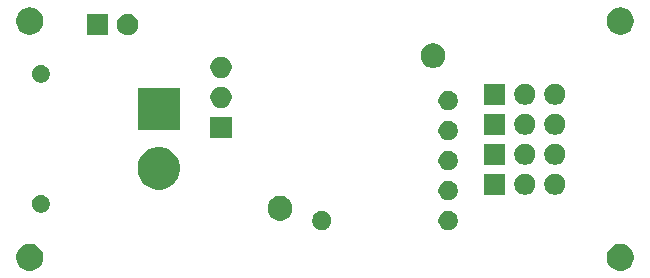
<source format=gbs>
G04 #@! TF.GenerationSoftware,KiCad,Pcbnew,(5.1.5)-3*
G04 #@! TF.CreationDate,2021-10-17T14:13:30-07:00*
G04 #@! TF.ProjectId,pololu_regulator_breakout,706f6c6f-6c75-45f7-9265-67756c61746f,rev?*
G04 #@! TF.SameCoordinates,Original*
G04 #@! TF.FileFunction,Soldermask,Bot*
G04 #@! TF.FilePolarity,Negative*
%FSLAX46Y46*%
G04 Gerber Fmt 4.6, Leading zero omitted, Abs format (unit mm)*
G04 Created by KiCad (PCBNEW (5.1.5)-3) date 2021-10-17 14:13:30*
%MOMM*%
%LPD*%
G04 APERTURE LIST*
%ADD10C,0.100000*%
G04 APERTURE END LIST*
D10*
G36*
X170224549Y-88871116D02*
G01*
X170335734Y-88893232D01*
X170545203Y-88979997D01*
X170733720Y-89105960D01*
X170894040Y-89266280D01*
X171020003Y-89454797D01*
X171106768Y-89664266D01*
X171151000Y-89886636D01*
X171151000Y-90113364D01*
X171106768Y-90335734D01*
X171020003Y-90545203D01*
X170894040Y-90733720D01*
X170733720Y-90894040D01*
X170545203Y-91020003D01*
X170335734Y-91106768D01*
X170224549Y-91128884D01*
X170113365Y-91151000D01*
X169886635Y-91151000D01*
X169775451Y-91128884D01*
X169664266Y-91106768D01*
X169454797Y-91020003D01*
X169266280Y-90894040D01*
X169105960Y-90733720D01*
X168979997Y-90545203D01*
X168893232Y-90335734D01*
X168849000Y-90113364D01*
X168849000Y-89886636D01*
X168893232Y-89664266D01*
X168979997Y-89454797D01*
X169105960Y-89266280D01*
X169266280Y-89105960D01*
X169454797Y-88979997D01*
X169664266Y-88893232D01*
X169775451Y-88871116D01*
X169886635Y-88849000D01*
X170113365Y-88849000D01*
X170224549Y-88871116D01*
G37*
G36*
X120224549Y-88871116D02*
G01*
X120335734Y-88893232D01*
X120545203Y-88979997D01*
X120733720Y-89105960D01*
X120894040Y-89266280D01*
X121020003Y-89454797D01*
X121106768Y-89664266D01*
X121151000Y-89886636D01*
X121151000Y-90113364D01*
X121106768Y-90335734D01*
X121020003Y-90545203D01*
X120894040Y-90733720D01*
X120733720Y-90894040D01*
X120545203Y-91020003D01*
X120335734Y-91106768D01*
X120224549Y-91128884D01*
X120113365Y-91151000D01*
X119886635Y-91151000D01*
X119775451Y-91128884D01*
X119664266Y-91106768D01*
X119454797Y-91020003D01*
X119266280Y-90894040D01*
X119105960Y-90733720D01*
X118979997Y-90545203D01*
X118893232Y-90335734D01*
X118849000Y-90113364D01*
X118849000Y-89886636D01*
X118893232Y-89664266D01*
X118979997Y-89454797D01*
X119105960Y-89266280D01*
X119266280Y-89105960D01*
X119454797Y-88979997D01*
X119664266Y-88893232D01*
X119775451Y-88871116D01*
X119886635Y-88849000D01*
X120113365Y-88849000D01*
X120224549Y-88871116D01*
G37*
G36*
X155659742Y-86116722D02*
G01*
X155807701Y-86178009D01*
X155940855Y-86266979D01*
X156054101Y-86380225D01*
X156143071Y-86513379D01*
X156204358Y-86661338D01*
X156235600Y-86818405D01*
X156235600Y-86978555D01*
X156204358Y-87135622D01*
X156143071Y-87283581D01*
X156054101Y-87416735D01*
X155940855Y-87529981D01*
X155807701Y-87618951D01*
X155659742Y-87680238D01*
X155502675Y-87711480D01*
X155342525Y-87711480D01*
X155185458Y-87680238D01*
X155037499Y-87618951D01*
X154904345Y-87529981D01*
X154791099Y-87416735D01*
X154702129Y-87283581D01*
X154640842Y-87135622D01*
X154609600Y-86978555D01*
X154609600Y-86818405D01*
X154640842Y-86661338D01*
X154702129Y-86513379D01*
X154791099Y-86380225D01*
X154904345Y-86266979D01*
X155037499Y-86178009D01*
X155185458Y-86116722D01*
X155342525Y-86085480D01*
X155502675Y-86085480D01*
X155659742Y-86116722D01*
G37*
G36*
X144969742Y-86116722D02*
G01*
X145117701Y-86178009D01*
X145250855Y-86266979D01*
X145364101Y-86380225D01*
X145453071Y-86513379D01*
X145514358Y-86661338D01*
X145545600Y-86818405D01*
X145545600Y-86978555D01*
X145514358Y-87135622D01*
X145453071Y-87283581D01*
X145364101Y-87416735D01*
X145250855Y-87529981D01*
X145117701Y-87618951D01*
X144969742Y-87680238D01*
X144812675Y-87711480D01*
X144652525Y-87711480D01*
X144495458Y-87680238D01*
X144347499Y-87618951D01*
X144214345Y-87529981D01*
X144101099Y-87416735D01*
X144012129Y-87283581D01*
X143950842Y-87135622D01*
X143919600Y-86978555D01*
X143919600Y-86818405D01*
X143950842Y-86661338D01*
X144012129Y-86513379D01*
X144101099Y-86380225D01*
X144214345Y-86266979D01*
X144347499Y-86178009D01*
X144495458Y-86116722D01*
X144652525Y-86085480D01*
X144812675Y-86085480D01*
X144969742Y-86116722D01*
G37*
G36*
X141499164Y-84857869D02*
G01*
X141690433Y-84937095D01*
X141690435Y-84937096D01*
X141862573Y-85052115D01*
X142008965Y-85198507D01*
X142123985Y-85370647D01*
X142203211Y-85561916D01*
X142243600Y-85764964D01*
X142243600Y-85971996D01*
X142203211Y-86175044D01*
X142123985Y-86366313D01*
X142123984Y-86366315D01*
X142008965Y-86538453D01*
X141862573Y-86684845D01*
X141690435Y-86799864D01*
X141690434Y-86799865D01*
X141690433Y-86799865D01*
X141499164Y-86879091D01*
X141296116Y-86919480D01*
X141089084Y-86919480D01*
X140886036Y-86879091D01*
X140694767Y-86799865D01*
X140694766Y-86799865D01*
X140694765Y-86799864D01*
X140522627Y-86684845D01*
X140376235Y-86538453D01*
X140261216Y-86366315D01*
X140261215Y-86366313D01*
X140181989Y-86175044D01*
X140141600Y-85971996D01*
X140141600Y-85764964D01*
X140181989Y-85561916D01*
X140261215Y-85370647D01*
X140376235Y-85198507D01*
X140522627Y-85052115D01*
X140694765Y-84937096D01*
X140694767Y-84937095D01*
X140886036Y-84857869D01*
X141089084Y-84817480D01*
X141296116Y-84817480D01*
X141499164Y-84857869D01*
G37*
G36*
X121134542Y-84743580D02*
G01*
X121156059Y-84747860D01*
X121292732Y-84804472D01*
X121415735Y-84886660D01*
X121520340Y-84991265D01*
X121602528Y-85114268D01*
X121659140Y-85250941D01*
X121688000Y-85396033D01*
X121688000Y-85543967D01*
X121659140Y-85689059D01*
X121602528Y-85825732D01*
X121520340Y-85948735D01*
X121415735Y-86053340D01*
X121292732Y-86135528D01*
X121292731Y-86135529D01*
X121292730Y-86135529D01*
X121156059Y-86192140D01*
X121010968Y-86221000D01*
X120863032Y-86221000D01*
X120717941Y-86192140D01*
X120581270Y-86135529D01*
X120581269Y-86135529D01*
X120581268Y-86135528D01*
X120458265Y-86053340D01*
X120353660Y-85948735D01*
X120271472Y-85825732D01*
X120214860Y-85689059D01*
X120186000Y-85543967D01*
X120186000Y-85396033D01*
X120214860Y-85250941D01*
X120271472Y-85114268D01*
X120353660Y-84991265D01*
X120458265Y-84886660D01*
X120581268Y-84804472D01*
X120717941Y-84747860D01*
X120739458Y-84743580D01*
X120863032Y-84719000D01*
X121010968Y-84719000D01*
X121134542Y-84743580D01*
G37*
G36*
X155659742Y-83576722D02*
G01*
X155807701Y-83638009D01*
X155940855Y-83726979D01*
X156054101Y-83840225D01*
X156143071Y-83973379D01*
X156204358Y-84121338D01*
X156235600Y-84278405D01*
X156235600Y-84438555D01*
X156204358Y-84595622D01*
X156143071Y-84743581D01*
X156054101Y-84876735D01*
X155940855Y-84989981D01*
X155807701Y-85078951D01*
X155659742Y-85140238D01*
X155502675Y-85171480D01*
X155342525Y-85171480D01*
X155185458Y-85140238D01*
X155037499Y-85078951D01*
X154904345Y-84989981D01*
X154791099Y-84876735D01*
X154702129Y-84743581D01*
X154640842Y-84595622D01*
X154609600Y-84438555D01*
X154609600Y-84278405D01*
X154640842Y-84121338D01*
X154702129Y-83973379D01*
X154791099Y-83840225D01*
X154904345Y-83726979D01*
X155037499Y-83638009D01*
X155185458Y-83576722D01*
X155342525Y-83545480D01*
X155502675Y-83545480D01*
X155659742Y-83576722D01*
G37*
G36*
X160286000Y-84721000D02*
G01*
X158484000Y-84721000D01*
X158484000Y-82919000D01*
X160286000Y-82919000D01*
X160286000Y-84721000D01*
G37*
G36*
X162038512Y-82923927D02*
G01*
X162187812Y-82953624D01*
X162351784Y-83021544D01*
X162499354Y-83120147D01*
X162624853Y-83245646D01*
X162723456Y-83393216D01*
X162791376Y-83557188D01*
X162826000Y-83731259D01*
X162826000Y-83908741D01*
X162791376Y-84082812D01*
X162723456Y-84246784D01*
X162624853Y-84394354D01*
X162499354Y-84519853D01*
X162351784Y-84618456D01*
X162187812Y-84686376D01*
X162038512Y-84716073D01*
X162013742Y-84721000D01*
X161836258Y-84721000D01*
X161811488Y-84716073D01*
X161662188Y-84686376D01*
X161498216Y-84618456D01*
X161350646Y-84519853D01*
X161225147Y-84394354D01*
X161126544Y-84246784D01*
X161058624Y-84082812D01*
X161024000Y-83908741D01*
X161024000Y-83731259D01*
X161058624Y-83557188D01*
X161126544Y-83393216D01*
X161225147Y-83245646D01*
X161350646Y-83120147D01*
X161498216Y-83021544D01*
X161662188Y-82953624D01*
X161811488Y-82923927D01*
X161836258Y-82919000D01*
X162013742Y-82919000D01*
X162038512Y-82923927D01*
G37*
G36*
X164578512Y-82923927D02*
G01*
X164727812Y-82953624D01*
X164891784Y-83021544D01*
X165039354Y-83120147D01*
X165164853Y-83245646D01*
X165263456Y-83393216D01*
X165331376Y-83557188D01*
X165366000Y-83731259D01*
X165366000Y-83908741D01*
X165331376Y-84082812D01*
X165263456Y-84246784D01*
X165164853Y-84394354D01*
X165039354Y-84519853D01*
X164891784Y-84618456D01*
X164727812Y-84686376D01*
X164578512Y-84716073D01*
X164553742Y-84721000D01*
X164376258Y-84721000D01*
X164351488Y-84716073D01*
X164202188Y-84686376D01*
X164038216Y-84618456D01*
X163890646Y-84519853D01*
X163765147Y-84394354D01*
X163666544Y-84246784D01*
X163598624Y-84082812D01*
X163564000Y-83908741D01*
X163564000Y-83731259D01*
X163598624Y-83557188D01*
X163666544Y-83393216D01*
X163765147Y-83245646D01*
X163890646Y-83120147D01*
X164038216Y-83021544D01*
X164202188Y-82953624D01*
X164351488Y-82923927D01*
X164376258Y-82919000D01*
X164553742Y-82919000D01*
X164578512Y-82923927D01*
G37*
G36*
X131462331Y-80738211D02*
G01*
X131790092Y-80873974D01*
X132085070Y-81071072D01*
X132335928Y-81321930D01*
X132533026Y-81616908D01*
X132668789Y-81944669D01*
X132738000Y-82292616D01*
X132738000Y-82647384D01*
X132668789Y-82995331D01*
X132533026Y-83323092D01*
X132335928Y-83618070D01*
X132085070Y-83868928D01*
X131790092Y-84066026D01*
X131462331Y-84201789D01*
X131114384Y-84271000D01*
X130759616Y-84271000D01*
X130411669Y-84201789D01*
X130083908Y-84066026D01*
X129788930Y-83868928D01*
X129538072Y-83618070D01*
X129340974Y-83323092D01*
X129205211Y-82995331D01*
X129136000Y-82647384D01*
X129136000Y-82292616D01*
X129205211Y-81944669D01*
X129340974Y-81616908D01*
X129538072Y-81321930D01*
X129788930Y-81071072D01*
X130083908Y-80873974D01*
X130411669Y-80738211D01*
X130759616Y-80669000D01*
X131114384Y-80669000D01*
X131462331Y-80738211D01*
G37*
G36*
X155659742Y-81036722D02*
G01*
X155807701Y-81098009D01*
X155940855Y-81186979D01*
X156054101Y-81300225D01*
X156143071Y-81433379D01*
X156204358Y-81581338D01*
X156235600Y-81738405D01*
X156235600Y-81898555D01*
X156204358Y-82055622D01*
X156143071Y-82203581D01*
X156054101Y-82336735D01*
X155940855Y-82449981D01*
X155807701Y-82538951D01*
X155659742Y-82600238D01*
X155502675Y-82631480D01*
X155342525Y-82631480D01*
X155185458Y-82600238D01*
X155037499Y-82538951D01*
X154904345Y-82449981D01*
X154791099Y-82336735D01*
X154702129Y-82203581D01*
X154640842Y-82055622D01*
X154609600Y-81898555D01*
X154609600Y-81738405D01*
X154640842Y-81581338D01*
X154702129Y-81433379D01*
X154791099Y-81300225D01*
X154904345Y-81186979D01*
X155037499Y-81098009D01*
X155185458Y-81036722D01*
X155342525Y-81005480D01*
X155502675Y-81005480D01*
X155659742Y-81036722D01*
G37*
G36*
X160286000Y-82181000D02*
G01*
X158484000Y-82181000D01*
X158484000Y-80379000D01*
X160286000Y-80379000D01*
X160286000Y-82181000D01*
G37*
G36*
X164578512Y-80383927D02*
G01*
X164727812Y-80413624D01*
X164891784Y-80481544D01*
X165039354Y-80580147D01*
X165164853Y-80705646D01*
X165263456Y-80853216D01*
X165331376Y-81017188D01*
X165366000Y-81191259D01*
X165366000Y-81368741D01*
X165331376Y-81542812D01*
X165263456Y-81706784D01*
X165164853Y-81854354D01*
X165039354Y-81979853D01*
X164891784Y-82078456D01*
X164727812Y-82146376D01*
X164578512Y-82176073D01*
X164553742Y-82181000D01*
X164376258Y-82181000D01*
X164351488Y-82176073D01*
X164202188Y-82146376D01*
X164038216Y-82078456D01*
X163890646Y-81979853D01*
X163765147Y-81854354D01*
X163666544Y-81706784D01*
X163598624Y-81542812D01*
X163564000Y-81368741D01*
X163564000Y-81191259D01*
X163598624Y-81017188D01*
X163666544Y-80853216D01*
X163765147Y-80705646D01*
X163890646Y-80580147D01*
X164038216Y-80481544D01*
X164202188Y-80413624D01*
X164351488Y-80383927D01*
X164376258Y-80379000D01*
X164553742Y-80379000D01*
X164578512Y-80383927D01*
G37*
G36*
X162038512Y-80383927D02*
G01*
X162187812Y-80413624D01*
X162351784Y-80481544D01*
X162499354Y-80580147D01*
X162624853Y-80705646D01*
X162723456Y-80853216D01*
X162791376Y-81017188D01*
X162826000Y-81191259D01*
X162826000Y-81368741D01*
X162791376Y-81542812D01*
X162723456Y-81706784D01*
X162624853Y-81854354D01*
X162499354Y-81979853D01*
X162351784Y-82078456D01*
X162187812Y-82146376D01*
X162038512Y-82176073D01*
X162013742Y-82181000D01*
X161836258Y-82181000D01*
X161811488Y-82176073D01*
X161662188Y-82146376D01*
X161498216Y-82078456D01*
X161350646Y-81979853D01*
X161225147Y-81854354D01*
X161126544Y-81706784D01*
X161058624Y-81542812D01*
X161024000Y-81368741D01*
X161024000Y-81191259D01*
X161058624Y-81017188D01*
X161126544Y-80853216D01*
X161225147Y-80705646D01*
X161350646Y-80580147D01*
X161498216Y-80481544D01*
X161662188Y-80413624D01*
X161811488Y-80383927D01*
X161836258Y-80379000D01*
X162013742Y-80379000D01*
X162038512Y-80383927D01*
G37*
G36*
X155659742Y-78496722D02*
G01*
X155807701Y-78558009D01*
X155940855Y-78646979D01*
X156054101Y-78760225D01*
X156143071Y-78893379D01*
X156204358Y-79041338D01*
X156235600Y-79198405D01*
X156235600Y-79358555D01*
X156204358Y-79515622D01*
X156143071Y-79663581D01*
X156054101Y-79796735D01*
X155940855Y-79909981D01*
X155807701Y-79998951D01*
X155659742Y-80060238D01*
X155502675Y-80091480D01*
X155342525Y-80091480D01*
X155185458Y-80060238D01*
X155037499Y-79998951D01*
X154904345Y-79909981D01*
X154791099Y-79796735D01*
X154702129Y-79663581D01*
X154640842Y-79515622D01*
X154609600Y-79358555D01*
X154609600Y-79198405D01*
X154640842Y-79041338D01*
X154702129Y-78893379D01*
X154791099Y-78760225D01*
X154904345Y-78646979D01*
X155037499Y-78558009D01*
X155185458Y-78496722D01*
X155342525Y-78465480D01*
X155502675Y-78465480D01*
X155659742Y-78496722D01*
G37*
G36*
X137101000Y-79901000D02*
G01*
X135299000Y-79901000D01*
X135299000Y-78099000D01*
X137101000Y-78099000D01*
X137101000Y-79901000D01*
G37*
G36*
X164578512Y-77843927D02*
G01*
X164727812Y-77873624D01*
X164891784Y-77941544D01*
X165039354Y-78040147D01*
X165164853Y-78165646D01*
X165263456Y-78313216D01*
X165331376Y-78477188D01*
X165366000Y-78651259D01*
X165366000Y-78828741D01*
X165331376Y-79002812D01*
X165263456Y-79166784D01*
X165164853Y-79314354D01*
X165039354Y-79439853D01*
X164891784Y-79538456D01*
X164727812Y-79606376D01*
X164578512Y-79636073D01*
X164553742Y-79641000D01*
X164376258Y-79641000D01*
X164351488Y-79636073D01*
X164202188Y-79606376D01*
X164038216Y-79538456D01*
X163890646Y-79439853D01*
X163765147Y-79314354D01*
X163666544Y-79166784D01*
X163598624Y-79002812D01*
X163564000Y-78828741D01*
X163564000Y-78651259D01*
X163598624Y-78477188D01*
X163666544Y-78313216D01*
X163765147Y-78165646D01*
X163890646Y-78040147D01*
X164038216Y-77941544D01*
X164202188Y-77873624D01*
X164351488Y-77843927D01*
X164376258Y-77839000D01*
X164553742Y-77839000D01*
X164578512Y-77843927D01*
G37*
G36*
X162038512Y-77843927D02*
G01*
X162187812Y-77873624D01*
X162351784Y-77941544D01*
X162499354Y-78040147D01*
X162624853Y-78165646D01*
X162723456Y-78313216D01*
X162791376Y-78477188D01*
X162826000Y-78651259D01*
X162826000Y-78828741D01*
X162791376Y-79002812D01*
X162723456Y-79166784D01*
X162624853Y-79314354D01*
X162499354Y-79439853D01*
X162351784Y-79538456D01*
X162187812Y-79606376D01*
X162038512Y-79636073D01*
X162013742Y-79641000D01*
X161836258Y-79641000D01*
X161811488Y-79636073D01*
X161662188Y-79606376D01*
X161498216Y-79538456D01*
X161350646Y-79439853D01*
X161225147Y-79314354D01*
X161126544Y-79166784D01*
X161058624Y-79002812D01*
X161024000Y-78828741D01*
X161024000Y-78651259D01*
X161058624Y-78477188D01*
X161126544Y-78313216D01*
X161225147Y-78165646D01*
X161350646Y-78040147D01*
X161498216Y-77941544D01*
X161662188Y-77873624D01*
X161811488Y-77843927D01*
X161836258Y-77839000D01*
X162013742Y-77839000D01*
X162038512Y-77843927D01*
G37*
G36*
X160286000Y-79641000D02*
G01*
X158484000Y-79641000D01*
X158484000Y-77839000D01*
X160286000Y-77839000D01*
X160286000Y-79641000D01*
G37*
G36*
X132738000Y-79271000D02*
G01*
X129136000Y-79271000D01*
X129136000Y-75669000D01*
X132738000Y-75669000D01*
X132738000Y-79271000D01*
G37*
G36*
X155659742Y-75956722D02*
G01*
X155807701Y-76018009D01*
X155940855Y-76106979D01*
X156054101Y-76220225D01*
X156143071Y-76353379D01*
X156204358Y-76501338D01*
X156235600Y-76658405D01*
X156235600Y-76818555D01*
X156204358Y-76975622D01*
X156143071Y-77123581D01*
X156054101Y-77256735D01*
X155940855Y-77369981D01*
X155807701Y-77458951D01*
X155659742Y-77520238D01*
X155502675Y-77551480D01*
X155342525Y-77551480D01*
X155185458Y-77520238D01*
X155037499Y-77458951D01*
X154904345Y-77369981D01*
X154791099Y-77256735D01*
X154702129Y-77123581D01*
X154640842Y-76975622D01*
X154609600Y-76818555D01*
X154609600Y-76658405D01*
X154640842Y-76501338D01*
X154702129Y-76353379D01*
X154791099Y-76220225D01*
X154904345Y-76106979D01*
X155037499Y-76018009D01*
X155185458Y-75956722D01*
X155342525Y-75925480D01*
X155502675Y-75925480D01*
X155659742Y-75956722D01*
G37*
G36*
X136313512Y-75563927D02*
G01*
X136462812Y-75593624D01*
X136626784Y-75661544D01*
X136774354Y-75760147D01*
X136899853Y-75885646D01*
X136998456Y-76033216D01*
X137066376Y-76197188D01*
X137101000Y-76371259D01*
X137101000Y-76548741D01*
X137066376Y-76722812D01*
X136998456Y-76886784D01*
X136899853Y-77034354D01*
X136774354Y-77159853D01*
X136626784Y-77258456D01*
X136462812Y-77326376D01*
X136313512Y-77356073D01*
X136288742Y-77361000D01*
X136111258Y-77361000D01*
X136086488Y-77356073D01*
X135937188Y-77326376D01*
X135773216Y-77258456D01*
X135625646Y-77159853D01*
X135500147Y-77034354D01*
X135401544Y-76886784D01*
X135333624Y-76722812D01*
X135299000Y-76548741D01*
X135299000Y-76371259D01*
X135333624Y-76197188D01*
X135401544Y-76033216D01*
X135500147Y-75885646D01*
X135625646Y-75760147D01*
X135773216Y-75661544D01*
X135937188Y-75593624D01*
X136086488Y-75563927D01*
X136111258Y-75559000D01*
X136288742Y-75559000D01*
X136313512Y-75563927D01*
G37*
G36*
X160286000Y-77101000D02*
G01*
X158484000Y-77101000D01*
X158484000Y-75299000D01*
X160286000Y-75299000D01*
X160286000Y-77101000D01*
G37*
G36*
X164578512Y-75303927D02*
G01*
X164727812Y-75333624D01*
X164891784Y-75401544D01*
X165039354Y-75500147D01*
X165164853Y-75625646D01*
X165263456Y-75773216D01*
X165331376Y-75937188D01*
X165366000Y-76111259D01*
X165366000Y-76288741D01*
X165331376Y-76462812D01*
X165263456Y-76626784D01*
X165164853Y-76774354D01*
X165039354Y-76899853D01*
X164891784Y-76998456D01*
X164727812Y-77066376D01*
X164578512Y-77096073D01*
X164553742Y-77101000D01*
X164376258Y-77101000D01*
X164351488Y-77096073D01*
X164202188Y-77066376D01*
X164038216Y-76998456D01*
X163890646Y-76899853D01*
X163765147Y-76774354D01*
X163666544Y-76626784D01*
X163598624Y-76462812D01*
X163564000Y-76288741D01*
X163564000Y-76111259D01*
X163598624Y-75937188D01*
X163666544Y-75773216D01*
X163765147Y-75625646D01*
X163890646Y-75500147D01*
X164038216Y-75401544D01*
X164202188Y-75333624D01*
X164351488Y-75303927D01*
X164376258Y-75299000D01*
X164553742Y-75299000D01*
X164578512Y-75303927D01*
G37*
G36*
X162038512Y-75303927D02*
G01*
X162187812Y-75333624D01*
X162351784Y-75401544D01*
X162499354Y-75500147D01*
X162624853Y-75625646D01*
X162723456Y-75773216D01*
X162791376Y-75937188D01*
X162826000Y-76111259D01*
X162826000Y-76288741D01*
X162791376Y-76462812D01*
X162723456Y-76626784D01*
X162624853Y-76774354D01*
X162499354Y-76899853D01*
X162351784Y-76998456D01*
X162187812Y-77066376D01*
X162038512Y-77096073D01*
X162013742Y-77101000D01*
X161836258Y-77101000D01*
X161811488Y-77096073D01*
X161662188Y-77066376D01*
X161498216Y-76998456D01*
X161350646Y-76899853D01*
X161225147Y-76774354D01*
X161126544Y-76626784D01*
X161058624Y-76462812D01*
X161024000Y-76288741D01*
X161024000Y-76111259D01*
X161058624Y-75937188D01*
X161126544Y-75773216D01*
X161225147Y-75625646D01*
X161350646Y-75500147D01*
X161498216Y-75401544D01*
X161662188Y-75333624D01*
X161811488Y-75303927D01*
X161836258Y-75299000D01*
X162013742Y-75299000D01*
X162038512Y-75303927D01*
G37*
G36*
X121140901Y-73744845D02*
G01*
X121156059Y-73747860D01*
X121292732Y-73804472D01*
X121415735Y-73886660D01*
X121520340Y-73991265D01*
X121602528Y-74114268D01*
X121659140Y-74250941D01*
X121688000Y-74396033D01*
X121688000Y-74543967D01*
X121659140Y-74689059D01*
X121602528Y-74825732D01*
X121520340Y-74948735D01*
X121415735Y-75053340D01*
X121292732Y-75135528D01*
X121292731Y-75135529D01*
X121292730Y-75135529D01*
X121156059Y-75192140D01*
X121010968Y-75221000D01*
X120863032Y-75221000D01*
X120717941Y-75192140D01*
X120581270Y-75135529D01*
X120581269Y-75135529D01*
X120581268Y-75135528D01*
X120458265Y-75053340D01*
X120353660Y-74948735D01*
X120271472Y-74825732D01*
X120214860Y-74689059D01*
X120186000Y-74543967D01*
X120186000Y-74396033D01*
X120214860Y-74250941D01*
X120271472Y-74114268D01*
X120353660Y-73991265D01*
X120458265Y-73886660D01*
X120581268Y-73804472D01*
X120717941Y-73747860D01*
X120733099Y-73744845D01*
X120863032Y-73719000D01*
X121010968Y-73719000D01*
X121140901Y-73744845D01*
G37*
G36*
X136313512Y-73023927D02*
G01*
X136462812Y-73053624D01*
X136626784Y-73121544D01*
X136774354Y-73220147D01*
X136899853Y-73345646D01*
X136998456Y-73493216D01*
X137066376Y-73657188D01*
X137101000Y-73831259D01*
X137101000Y-74008741D01*
X137066376Y-74182812D01*
X136998456Y-74346784D01*
X136899853Y-74494354D01*
X136774354Y-74619853D01*
X136626784Y-74718456D01*
X136462812Y-74786376D01*
X136313512Y-74816073D01*
X136288742Y-74821000D01*
X136111258Y-74821000D01*
X136086488Y-74816073D01*
X135937188Y-74786376D01*
X135773216Y-74718456D01*
X135625646Y-74619853D01*
X135500147Y-74494354D01*
X135401544Y-74346784D01*
X135333624Y-74182812D01*
X135299000Y-74008741D01*
X135299000Y-73831259D01*
X135333624Y-73657188D01*
X135401544Y-73493216D01*
X135500147Y-73345646D01*
X135625646Y-73220147D01*
X135773216Y-73121544D01*
X135937188Y-73053624D01*
X136086488Y-73023927D01*
X136111258Y-73019000D01*
X136288742Y-73019000D01*
X136313512Y-73023927D01*
G37*
G36*
X154459164Y-71917869D02*
G01*
X154650433Y-71997095D01*
X154650435Y-71997096D01*
X154822573Y-72112115D01*
X154968965Y-72258507D01*
X155083985Y-72430647D01*
X155163211Y-72621916D01*
X155203600Y-72824964D01*
X155203600Y-73031996D01*
X155163211Y-73235044D01*
X155117398Y-73345646D01*
X155083984Y-73426315D01*
X154968965Y-73598453D01*
X154822573Y-73744845D01*
X154650435Y-73859864D01*
X154650434Y-73859865D01*
X154650433Y-73859865D01*
X154459164Y-73939091D01*
X154256116Y-73979480D01*
X154049084Y-73979480D01*
X153846036Y-73939091D01*
X153654767Y-73859865D01*
X153654766Y-73859865D01*
X153654765Y-73859864D01*
X153482627Y-73744845D01*
X153336235Y-73598453D01*
X153221216Y-73426315D01*
X153187802Y-73345646D01*
X153141989Y-73235044D01*
X153101600Y-73031996D01*
X153101600Y-72824964D01*
X153141989Y-72621916D01*
X153221215Y-72430647D01*
X153336235Y-72258507D01*
X153482627Y-72112115D01*
X153654765Y-71997096D01*
X153654767Y-71997095D01*
X153846036Y-71917869D01*
X154049084Y-71877480D01*
X154256116Y-71877480D01*
X154459164Y-71917869D01*
G37*
G36*
X128413512Y-69403927D02*
G01*
X128562812Y-69433624D01*
X128726784Y-69501544D01*
X128874354Y-69600147D01*
X128999853Y-69725646D01*
X129098456Y-69873216D01*
X129166376Y-70037188D01*
X129201000Y-70211259D01*
X129201000Y-70388741D01*
X129166376Y-70562812D01*
X129098456Y-70726784D01*
X128999853Y-70874354D01*
X128874354Y-70999853D01*
X128726784Y-71098456D01*
X128562812Y-71166376D01*
X128413512Y-71196073D01*
X128388742Y-71201000D01*
X128211258Y-71201000D01*
X128186488Y-71196073D01*
X128037188Y-71166376D01*
X127873216Y-71098456D01*
X127725646Y-70999853D01*
X127600147Y-70874354D01*
X127501544Y-70726784D01*
X127433624Y-70562812D01*
X127399000Y-70388741D01*
X127399000Y-70211259D01*
X127433624Y-70037188D01*
X127501544Y-69873216D01*
X127600147Y-69725646D01*
X127725646Y-69600147D01*
X127873216Y-69501544D01*
X128037188Y-69433624D01*
X128186488Y-69403927D01*
X128211258Y-69399000D01*
X128388742Y-69399000D01*
X128413512Y-69403927D01*
G37*
G36*
X126661000Y-71201000D02*
G01*
X124859000Y-71201000D01*
X124859000Y-69399000D01*
X126661000Y-69399000D01*
X126661000Y-71201000D01*
G37*
G36*
X170224549Y-68871116D02*
G01*
X170335734Y-68893232D01*
X170545203Y-68979997D01*
X170733720Y-69105960D01*
X170894040Y-69266280D01*
X171020003Y-69454797D01*
X171106768Y-69664266D01*
X171151000Y-69886636D01*
X171151000Y-70113364D01*
X171106768Y-70335734D01*
X171020003Y-70545203D01*
X170894040Y-70733720D01*
X170733720Y-70894040D01*
X170545203Y-71020003D01*
X170335734Y-71106768D01*
X170224549Y-71128884D01*
X170113365Y-71151000D01*
X169886635Y-71151000D01*
X169775451Y-71128884D01*
X169664266Y-71106768D01*
X169454797Y-71020003D01*
X169266280Y-70894040D01*
X169105960Y-70733720D01*
X168979997Y-70545203D01*
X168893232Y-70335734D01*
X168849000Y-70113364D01*
X168849000Y-69886636D01*
X168893232Y-69664266D01*
X168979997Y-69454797D01*
X169105960Y-69266280D01*
X169266280Y-69105960D01*
X169454797Y-68979997D01*
X169664266Y-68893232D01*
X169775451Y-68871116D01*
X169886635Y-68849000D01*
X170113365Y-68849000D01*
X170224549Y-68871116D01*
G37*
G36*
X120224549Y-68871116D02*
G01*
X120335734Y-68893232D01*
X120545203Y-68979997D01*
X120733720Y-69105960D01*
X120894040Y-69266280D01*
X121020003Y-69454797D01*
X121106768Y-69664266D01*
X121151000Y-69886636D01*
X121151000Y-70113364D01*
X121106768Y-70335734D01*
X121020003Y-70545203D01*
X120894040Y-70733720D01*
X120733720Y-70894040D01*
X120545203Y-71020003D01*
X120335734Y-71106768D01*
X120224549Y-71128884D01*
X120113365Y-71151000D01*
X119886635Y-71151000D01*
X119775451Y-71128884D01*
X119664266Y-71106768D01*
X119454797Y-71020003D01*
X119266280Y-70894040D01*
X119105960Y-70733720D01*
X118979997Y-70545203D01*
X118893232Y-70335734D01*
X118849000Y-70113364D01*
X118849000Y-69886636D01*
X118893232Y-69664266D01*
X118979997Y-69454797D01*
X119105960Y-69266280D01*
X119266280Y-69105960D01*
X119454797Y-68979997D01*
X119664266Y-68893232D01*
X119775451Y-68871116D01*
X119886635Y-68849000D01*
X120113365Y-68849000D01*
X120224549Y-68871116D01*
G37*
M02*

</source>
